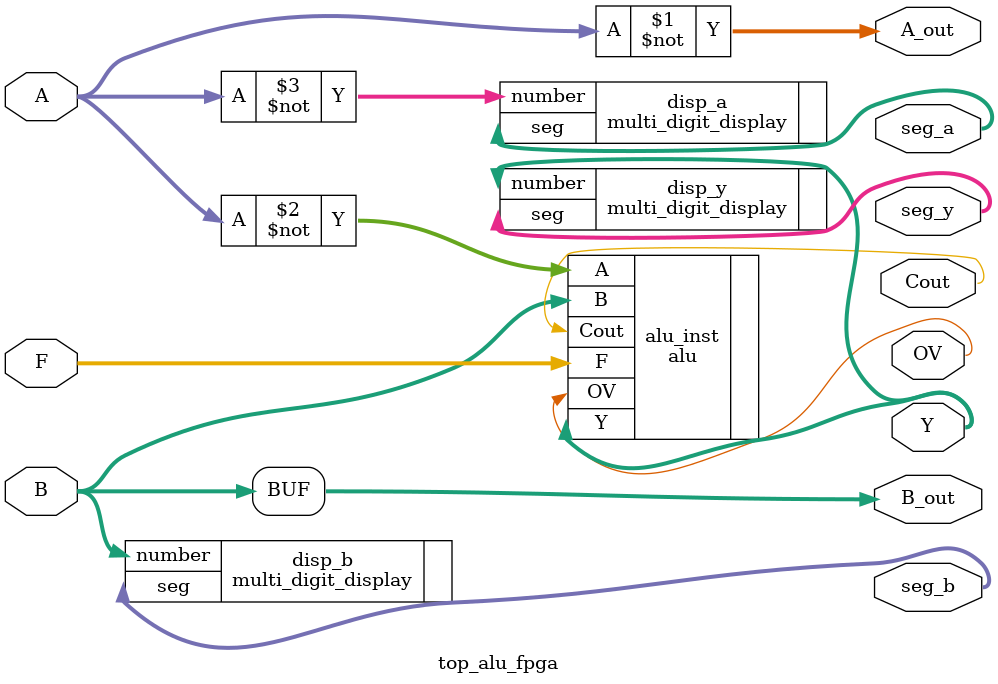
<source format=sv>
module top_alu_fpga (
    input  logic [3:0] A, B,   // A and B inputs
    input  logic [3:0] F,  // ALU control F
    output logic [3:0] Y,  // ALU result Y
    output logic [6:0] seg_a, seg_b, seg_y,
    output logic Cout, OV,
    output logic [3:0] A_out, B_out
);

    assign A_out = ~A;
    assign B_out = B;

    alu #(.N(3)) alu_inst (
        .A(~A), .B(B), .F(F), .Y(Y), .Cout(Cout), .OV(OV)
    );
    
    multi_digit_display #(.NUM_DIGITS(1)) disp_a (
        .number(~A),
	.seg(seg_a)
    );
  
    multi_digit_display #(.NUM_DIGITS(1)) disp_b (
        .number(B),
	.seg(seg_b)
    );

    multi_digit_display #(.NUM_DIGITS(1)) disp_y (
        .number(Y),
	.seg(seg_y)
    );
endmodule

</source>
